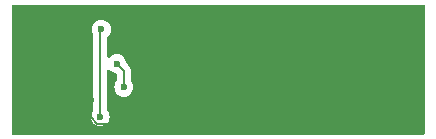
<source format=gbr>
%TF.GenerationSoftware,KiCad,Pcbnew,8.0.6-1.fc40*%
%TF.CreationDate,2025-02-15T18:39:24+01:00*%
%TF.ProjectId,airMouse-thumb,6169724d-6f75-4736-952d-7468756d622e,RC1*%
%TF.SameCoordinates,Original*%
%TF.FileFunction,Copper,L2,Bot*%
%TF.FilePolarity,Positive*%
%FSLAX46Y46*%
G04 Gerber Fmt 4.6, Leading zero omitted, Abs format (unit mm)*
G04 Created by KiCad (PCBNEW 8.0.6-1.fc40) date 2025-02-15 18:39:24*
%MOMM*%
%LPD*%
G01*
G04 APERTURE LIST*
%TA.AperFunction,ViaPad*%
%ADD10C,0.600000*%
%TD*%
%TA.AperFunction,Conductor*%
%ADD11C,0.200000*%
%TD*%
G04 APERTURE END LIST*
D10*
%TO.N,GND*%
X159600000Y-61000000D03*
X159200000Y-64400000D03*
X153200000Y-62600000D03*
X150800000Y-61000000D03*
%TO.N,+3V3*%
X154000000Y-64000000D03*
X154100000Y-56600000D03*
%TO.N,/FWD*%
X156000000Y-61500000D03*
X155400000Y-59500000D03*
%TD*%
D11*
%TO.N,GND*%
X159200000Y-61400000D02*
X159600000Y-61000000D01*
X159200000Y-64400000D02*
X159200000Y-61400000D01*
X159000000Y-64600000D02*
X159200000Y-64400000D01*
X153200000Y-64048529D02*
X153751471Y-64600000D01*
X153751471Y-64600000D02*
X159000000Y-64600000D01*
X153200000Y-62600000D02*
X153200000Y-64048529D01*
X152400000Y-62600000D02*
X153200000Y-62600000D01*
X150800000Y-61000000D02*
X152400000Y-62600000D01*
%TO.N,+3V3*%
X154000000Y-64000000D02*
X154000000Y-56700000D01*
X154000000Y-56700000D02*
X154100000Y-56600000D01*
%TO.N,/FWD*%
X156000000Y-60100000D02*
X156000000Y-61500000D01*
X155400000Y-59500000D02*
X156000000Y-60100000D01*
%TD*%
%TA.AperFunction,Conductor*%
%TO.N,GND*%
G36*
X181442539Y-54520185D02*
G01*
X181488294Y-54572989D01*
X181499500Y-54624500D01*
X181499500Y-65375500D01*
X181479815Y-65442539D01*
X181427011Y-65488294D01*
X181375500Y-65499500D01*
X146624500Y-65499500D01*
X146557461Y-65479815D01*
X146511706Y-65427011D01*
X146500500Y-65375500D01*
X146500500Y-63999996D01*
X153194435Y-63999996D01*
X153194435Y-64000003D01*
X153214630Y-64179249D01*
X153214631Y-64179254D01*
X153274211Y-64349523D01*
X153370184Y-64502262D01*
X153497738Y-64629816D01*
X153650478Y-64725789D01*
X153820745Y-64785368D01*
X153820750Y-64785369D01*
X153999996Y-64805565D01*
X154000000Y-64805565D01*
X154000004Y-64805565D01*
X154179249Y-64785369D01*
X154179252Y-64785368D01*
X154179255Y-64785368D01*
X154349522Y-64725789D01*
X154502262Y-64629816D01*
X154629816Y-64502262D01*
X154725789Y-64349522D01*
X154785368Y-64179255D01*
X154805565Y-64000000D01*
X154785368Y-63820745D01*
X154725789Y-63650478D01*
X154629816Y-63497738D01*
X154629814Y-63497736D01*
X154629813Y-63497734D01*
X154627550Y-63494896D01*
X154626659Y-63492715D01*
X154626111Y-63491842D01*
X154626264Y-63491745D01*
X154601144Y-63430209D01*
X154600500Y-63417587D01*
X154600500Y-60131940D01*
X154620185Y-60064901D01*
X154672989Y-60019146D01*
X154742147Y-60009202D01*
X154805703Y-60038227D01*
X154812181Y-60044259D01*
X154897738Y-60129816D01*
X155050478Y-60225789D01*
X155220745Y-60285368D01*
X155289384Y-60293101D01*
X155353796Y-60320166D01*
X155393352Y-60377760D01*
X155399500Y-60416321D01*
X155399500Y-60917587D01*
X155379815Y-60984626D01*
X155372450Y-60994896D01*
X155370186Y-60997734D01*
X155274211Y-61150476D01*
X155214631Y-61320745D01*
X155214630Y-61320750D01*
X155194435Y-61499996D01*
X155194435Y-61500003D01*
X155214630Y-61679249D01*
X155214631Y-61679254D01*
X155274211Y-61849523D01*
X155370184Y-62002262D01*
X155497738Y-62129816D01*
X155650478Y-62225789D01*
X155820745Y-62285368D01*
X155820750Y-62285369D01*
X155999996Y-62305565D01*
X156000000Y-62305565D01*
X156000004Y-62305565D01*
X156179249Y-62285369D01*
X156179252Y-62285368D01*
X156179255Y-62285368D01*
X156349522Y-62225789D01*
X156502262Y-62129816D01*
X156629816Y-62002262D01*
X156725789Y-61849522D01*
X156785368Y-61679255D01*
X156805565Y-61500000D01*
X156785368Y-61320745D01*
X156725789Y-61150478D01*
X156629816Y-60997738D01*
X156629814Y-60997736D01*
X156629813Y-60997734D01*
X156627550Y-60994896D01*
X156626659Y-60992715D01*
X156626111Y-60991842D01*
X156626264Y-60991745D01*
X156601144Y-60930209D01*
X156600500Y-60917587D01*
X156600500Y-60020945D01*
X156600500Y-60020943D01*
X156559577Y-59868216D01*
X156559577Y-59868215D01*
X156544034Y-59841295D01*
X156522804Y-59804522D01*
X156480522Y-59731287D01*
X156480521Y-59731286D01*
X156480520Y-59731284D01*
X156368716Y-59619480D01*
X156368715Y-59619479D01*
X156364385Y-59615149D01*
X156364374Y-59615139D01*
X156230700Y-59481465D01*
X156197215Y-59420142D01*
X156195163Y-59407686D01*
X156185368Y-59320745D01*
X156125789Y-59150478D01*
X156029816Y-58997738D01*
X155902262Y-58870184D01*
X155898882Y-58868060D01*
X155749523Y-58774211D01*
X155579254Y-58714631D01*
X155579249Y-58714630D01*
X155400004Y-58694435D01*
X155399996Y-58694435D01*
X155220750Y-58714630D01*
X155220745Y-58714631D01*
X155050476Y-58774211D01*
X154897737Y-58870184D01*
X154812181Y-58955741D01*
X154750858Y-58989226D01*
X154681166Y-58984242D01*
X154625233Y-58942370D01*
X154600816Y-58876906D01*
X154600500Y-58868060D01*
X154600500Y-57282940D01*
X154620185Y-57215901D01*
X154636819Y-57195259D01*
X154729816Y-57102262D01*
X154825789Y-56949522D01*
X154885368Y-56779255D01*
X154905565Y-56600000D01*
X154885368Y-56420745D01*
X154825789Y-56250478D01*
X154729816Y-56097738D01*
X154602262Y-55970184D01*
X154449523Y-55874211D01*
X154279254Y-55814631D01*
X154279249Y-55814630D01*
X154100004Y-55794435D01*
X154099996Y-55794435D01*
X153920750Y-55814630D01*
X153920745Y-55814631D01*
X153750476Y-55874211D01*
X153597737Y-55970184D01*
X153470184Y-56097737D01*
X153374211Y-56250476D01*
X153314631Y-56420745D01*
X153314630Y-56420750D01*
X153294435Y-56599996D01*
X153294435Y-56600003D01*
X153314630Y-56779249D01*
X153314631Y-56779254D01*
X153374212Y-56949525D01*
X153380492Y-56959519D01*
X153399500Y-57025493D01*
X153399500Y-63417587D01*
X153379815Y-63484626D01*
X153372450Y-63494896D01*
X153370186Y-63497734D01*
X153274211Y-63650476D01*
X153214631Y-63820745D01*
X153214630Y-63820750D01*
X153194435Y-63999996D01*
X146500500Y-63999996D01*
X146500500Y-54624500D01*
X146520185Y-54557461D01*
X146572989Y-54511706D01*
X146624500Y-54500500D01*
X181375500Y-54500500D01*
X181442539Y-54520185D01*
G37*
%TD.AperFunction*%
%TD*%
M02*

</source>
